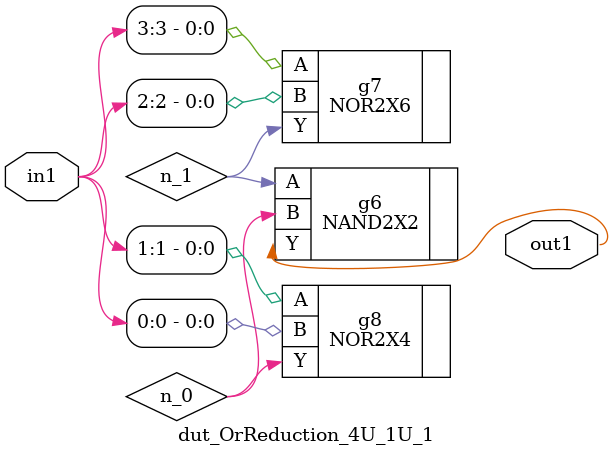
<source format=v>
`timescale 1ps / 1ps


module dut_OrReduction_4U_1U_1(in1, out1);
  input [3:0] in1;
  output out1;
  wire [3:0] in1;
  wire out1;
  wire n_0, n_1;
  NAND2X2 g6(.A (n_1), .B (n_0), .Y (out1));
  NOR2X6 g7(.A (in1[3]), .B (in1[2]), .Y (n_1));
  NOR2X4 g8(.A (in1[1]), .B (in1[0]), .Y (n_0));
endmodule



</source>
